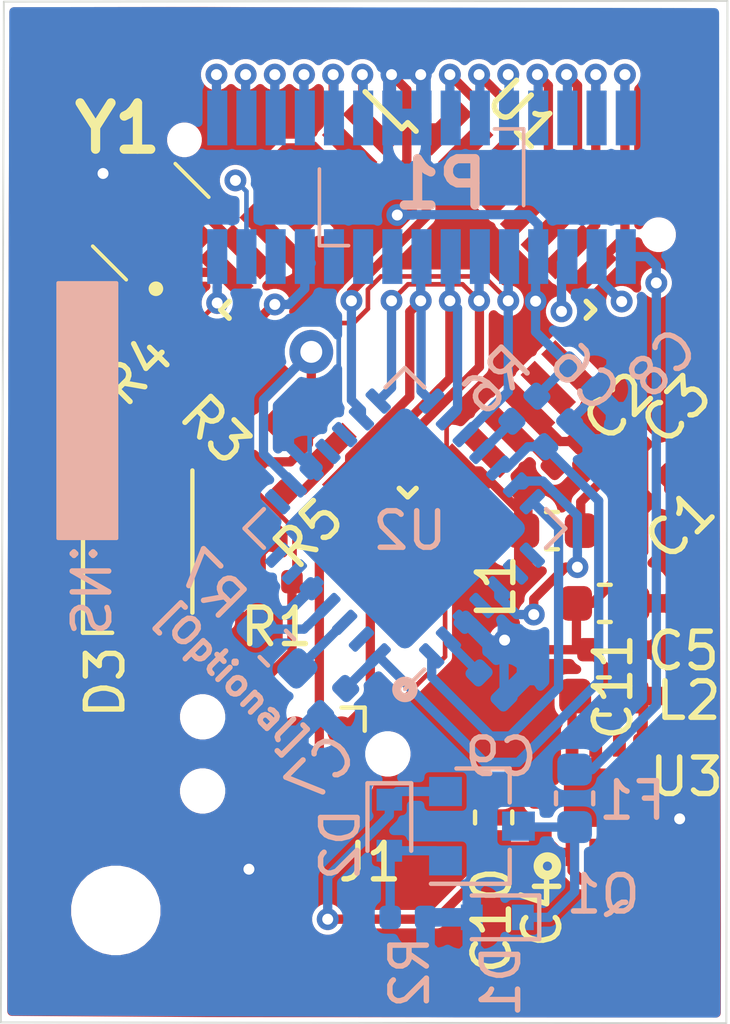
<source format=kicad_pcb>
(kicad_pcb (version 20171130) (host pcbnew "(5.1.5)-3")
  (layers (0 F.Cu signal) (31 B.Cu signal hide) (34 B.Paste user hide) (35 F.Paste user) (36 B.SilkS user hide) (37 F.SilkS user) (38 B.Mask user hide) (39 F.Mask user) (44 Edge.Cuts user))
  (net 0 "")
  (net 1 "Net-(U1-Pad7)")
  (net 2 GND)
  (net 3 /Reset)
  (net 4 /MOSI)
  (net 5 /SCK)
  (net 6 +5V)
  (net 7 /MISO)
  (net 8 "Net-(U2-Pad2)")
  (net 9 "Net-(U2-Pad6)")
  (net 10 "Net-(U2-Pad7)")
  (net 11 "Net-(U2-Pad8)")
  (net 12 "Net-(U2-Pad11)")
  (net 13 "Net-(U2-Pad12)")
  (net 14 "Net-(U2-Pad20)")
  (net 15 "Net-(U2-Pad21)")
  (net 16 "Net-(U2-Pad22)")
  (net 17 "Net-(U2-Pad23)")
  (net 18 "Net-(U2-Pad25)")
  (net 19 /CAN_CS)
  (net 20 /CAN_INT)
  (net 21 +12V)
  (net 22 /CLK_MCP)
  (net 23 /GREEN_LED)
  (net 24 /RED_LED)
  (net 25 /BLUE_LED)
  (net 26 /U-Pin8)
  (net 27 /U-Pin12)
  (net 28 /U-Pin14)
  (net 29 /U-Pin20)
  (net 30 /U-Pin22)
  (net 31 "Net-(D1-Pad1)")
  (net 32 "Net-(D2-Pad2)")
  (net 33 /U-Pin2)
  (net 34 /U-Pin4)
  (net 35 /U-Pin6)
  (net 36 /U-Pin7)
  (net 37 /U-Pin23)
  (net 38 /U-Pin1)
  (net 39 /U-Pin3)
  (net 40 +12V_Safe)
  (net 41 "Net-(C3-Pad2)")
  (net 42 "Net-(C7-Pad1)")
  (net 43 "Net-(C9-Pad2)")
  (net 44 "Net-(L2-Pad1)")
  (net 45 "Net-(R6-Pad1)")
  (net 46 "Net-(U3-Pad2)")
  (net 47 "Net-(U3-Pad6)")
  (net 48 "Net-(U1-Pad19)")
  (net 49 "Net-(U1-Pad22)")
  (net 50 "Net-(U1-Pad24)")
  (net 51 "Net-(C2-Pad1)")
  (net 52 "Net-(D3-Pad2)")
  (net 53 "Net-(D3-Pad3)")
  (net 54 "Net-(D3-Pad4)")
  (net 55 "Net-(U1-Pad29)")
  (net 56 "Net-(U1-Pad8)")
  (net 57 "Net-(P1-Pad3)")
  (net 58 "Net-(P1-Pad17)")
  (net 59 "Net-(P1-Pad19)")
  (net 60 "Net-(P1-Pad21)")
  (net 61 "Net-(P1-Pad25)")
  (net 62 "Net-(P1-Pad27)")
  (net 63 /U-Pin10)
  (net 64 /U-Pin24)
  (net 65 /U-Pin26)
  (net 66 /U-Pin28)
  (net 67 /U-Pin30)
  (net 68 /U-Pin5)
  (module Connector:Tag-Connect_TC2030-IDC-NL_2x03_P1.27mm_Vertical (layer F.Cu) (at 70.96 84.62 180)
    (fp_text reference J1 (at -2.05 -2.97) (layer F.SilkS))
    (fp_text value TC2030-MCP-NL)
    (pad "" np_thru_hole circle (at 2.54 -1.016 180) (size 0.9906 0.9906) (drill 0.9906) (layers *.Cu *.Mask))
    (pad "" np_thru_hole circle (at 2.54 1.016 180) (size 0.9906 0.9906) (drill 0.9906) (layers *.Cu *.Mask))
    (pad "" np_thru_hole circle (at -2.54 0 180) (size 0.9906 0.9906) (drill 0.9906) (layers *.Cu *.Mask))
    (pad 1 connect circle (at -1.27 0.635 180) (size 0.7874 0.7874) (layers F.Cu F.Mask) (net 7 /MISO))
    (pad 2 connect circle (at -1.27 -0.635 180) (size 0.7874 0.7874) (layers F.Cu F.Mask) (net 6 +5V))
    (pad 3 connect circle (at 0 0.635 180) (size 0.7874 0.7874) (layers F.Cu F.Mask) (net 5 /SCK))
    (pad 4 connect circle (at 0 -0.635 180) (size 0.7874 0.7874) (layers F.Cu F.Mask) (net 4 /MOSI))
    (pad 5 connect circle (at 1.27 0.635 180) (size 0.7874 0.7874) (layers F.Cu F.Mask) (net 3 /Reset))
    (pad 6 connect circle (at 1.27 -0.635 180) (size 0.7874 0.7874) (layers F.Cu F.Mask) (net 2 GND))
  )
  (module SMLP36RGB2W3R:ILWX10SBVFBE (layer B.Cu) (at 74.422 69.088 180)
    (fp_text reference P1 (at -0.528 0.088) (layer B.SilkS) (effects (font (size 1.27 1.27) (thickness 0.254)) (justify mirror)))
    (fp_text value Conn_02x15_Odd_Even hide)
    (pad "" np_thru_hole circle (at 6.5 1.3 180) (size 0.7 0.7) (drill 0.7) (layers *.Cu *.Mask))
    (pad "" np_thru_hole circle (at -6.5 -1.3 180) (size 0.7 0.7) (drill 0.7) (layers *.Cu *.Mask))
    (pad 1 smd rect (at -5.6 -1.9 180) (size 0.55 1.5) (layers B.Cu B.Paste B.Mask) (net 21 +12V))
    (pad 2 smd rect (at -5.6 1.9 180) (size 0.55 1.5) (layers B.Cu B.Paste B.Mask) (net 33 /U-Pin2))
    (pad 3 smd rect (at -4.8 -1.9 180) (size 0.55 1.5) (layers B.Cu B.Paste B.Mask) (net 57 "Net-(P1-Pad3)"))
    (pad 4 smd rect (at -4.8 1.9 180) (size 0.55 1.5) (layers B.Cu B.Paste B.Mask) (net 34 /U-Pin4))
    (pad 5 smd rect (at -4 -1.9 180) (size 0.55 1.5) (layers B.Cu B.Paste B.Mask) (net 68 /U-Pin5))
    (pad 6 smd rect (at -4 1.9 180) (size 0.55 1.5) (layers B.Cu B.Paste B.Mask) (net 35 /U-Pin6))
    (pad 7 smd rect (at -3.2 -1.9 180) (size 0.55 1.5) (layers B.Cu B.Paste B.Mask) (net 6 +5V))
    (pad 8 smd rect (at -3.2 1.9 180) (size 0.55 1.5) (layers B.Cu B.Paste B.Mask) (net 26 /U-Pin8))
    (pad 9 smd rect (at -2.4 -1.9 180) (size 0.55 1.5) (layers B.Cu B.Paste B.Mask) (net 19 /CAN_CS))
    (pad 10 smd rect (at -2.4 1.9 180) (size 0.55 1.5) (layers B.Cu B.Paste B.Mask) (net 63 /U-Pin10))
    (pad 11 smd rect (at -1.6 -1.9 180) (size 0.55 1.5) (layers B.Cu B.Paste B.Mask) (net 5 /SCK))
    (pad 12 smd rect (at -1.6 1.9 180) (size 0.55 1.5) (layers B.Cu B.Paste B.Mask) (net 27 /U-Pin12))
    (pad 13 smd rect (at -0.8 -1.9 180) (size 0.55 1.5) (layers B.Cu B.Paste B.Mask) (net 7 /MISO))
    (pad 14 smd rect (at -0.8 1.9 180) (size 0.55 1.5) (layers B.Cu B.Paste B.Mask) (net 28 /U-Pin14))
    (pad 15 smd rect (at 0 -1.9 180) (size 0.55 1.5) (layers B.Cu B.Paste B.Mask) (net 4 /MOSI))
    (pad 16 smd rect (at 0 1.9 180) (size 0.55 1.5) (layers B.Cu B.Paste B.Mask) (net 2 GND))
    (pad 17 smd rect (at 0.8 -1.9 180) (size 0.55 1.5) (layers B.Cu B.Paste B.Mask) (net 58 "Net-(P1-Pad17)"))
    (pad 18 smd rect (at 0.8 1.9 180) (size 0.55 1.5) (layers B.Cu B.Paste B.Mask) (net 2 GND))
    (pad 19 smd rect (at 1.6 -1.9 180) (size 0.55 1.5) (layers B.Cu B.Paste B.Mask) (net 59 "Net-(P1-Pad19)"))
    (pad 20 smd rect (at 1.6 1.9 180) (size 0.55 1.5) (layers B.Cu B.Paste B.Mask) (net 29 /U-Pin20))
    (pad 21 smd rect (at 2.4 -1.9 180) (size 0.55 1.5) (layers B.Cu B.Paste B.Mask) (net 60 "Net-(P1-Pad21)"))
    (pad 22 smd rect (at 2.4 1.9 180) (size 0.55 1.5) (layers B.Cu B.Paste B.Mask) (net 30 /U-Pin22))
    (pad 23 smd rect (at 3.2 -1.9 180) (size 0.55 1.5) (layers B.Cu B.Paste B.Mask) (net 37 /U-Pin23))
    (pad 24 smd rect (at 3.2 1.9 180) (size 0.55 1.5) (layers B.Cu B.Paste B.Mask) (net 64 /U-Pin24))
    (pad 25 smd rect (at 4 -1.9 180) (size 0.55 1.5) (layers B.Cu B.Paste B.Mask) (net 61 "Net-(P1-Pad25)"))
    (pad 26 smd rect (at 4 1.9 180) (size 0.55 1.5) (layers B.Cu B.Paste B.Mask) (net 65 /U-Pin26))
    (pad 27 smd rect (at 4.8 -1.9 180) (size 0.55 1.5) (layers B.Cu B.Paste B.Mask) (net 62 "Net-(P1-Pad27)"))
    (pad 28 smd rect (at 4.8 1.9 180) (size 0.55 1.5) (layers B.Cu B.Paste B.Mask) (net 66 /U-Pin28))
    (pad 29 smd rect (at 5.6 -1.9 180) (size 0.55 1.5) (layers B.Cu B.Paste B.Mask) (net 3 /Reset))
    (pad 30 smd rect (at 5.6 1.9 180) (size 0.55 1.5) (layers B.Cu B.Paste B.Mask) (net 67 /U-Pin30))
  )
  (module LED_SMD:LED_Avago_PLCC4_3.2x2.8mm_CW (layer F.Cu) (at 66.64 78.8 90)
    (fp_text reference D3 (at -3.85 -0.89 270) (layer F.SilkS))
    (fp_text value ASMB-MTB0-0A3A2)
    (pad 1 smd rect (at -1.5 -0.75 90) (size 1.5 1.1) (layers F.Cu F.Paste F.Mask) (net 6 +5V))
    (pad 2 smd rect (at 1.5 -0.75 90) (size 1.5 1.1) (layers F.Cu F.Paste F.Mask) (net 52 "Net-(D3-Pad2)"))
    (pad 3 smd rect (at 1.5 0.75 90) (size 1.5 1.1) (layers F.Cu F.Paste F.Mask) (net 53 "Net-(D3-Pad3)"))
    (pad 4 smd rect (at -1.5 0.75 90) (size 1.5 1.1) (layers F.Cu F.Paste F.Mask) (net 54 "Net-(D3-Pad4)"))
  )
  (module Resistor_SMD:R_0402_1005Metric (layer F.Cu) (at 70.385 79.9)
    (fp_text reference R1 (at 0.065 1.24) (layer F.SilkS))
    (fp_text value "10K Ohm")
    (pad 1 smd roundrect (at -0.485 0) (size 0.59 0.64) (layers F.Cu F.Paste F.Mask) (net 6 +5V))
    (pad 2 smd roundrect (at 0.485 0) (size 0.59 0.64) (layers F.Cu F.Paste F.Mask) (net 3 /Reset))
  )
  (module Resistor_SMD:R_0402_1005Metric (layer F.Cu) (at 70.322947 77.797053 45)
    (fp_text reference R5 (at 0.151396 1.25865 45) (layer F.SilkS))
    (fp_text value "190 Ohm")
    (pad 1 smd roundrect (at -0.485 0 45) (size 0.59 0.64) (layers F.Cu F.Paste F.Mask) (net 52 "Net-(D3-Pad2)"))
    (pad 2 smd roundrect (at 0.485 0 45) (size 0.59 0.64) (layers F.Cu F.Paste F.Mask) (net 25 /BLUE_LED))
  )
  (module Package_DFN_QFN:QFN-28-1EP_6x6mm_P0.65mm_EP4.8x4.8mm (layer B.Cu) (at 73.968 78.44 45)
    (fp_text reference U2 (at 0.050912 0.135765 180) (layer B.SilkS) (effects (justify mirror)))
    (fp_text value MCP25625-x-SS)
    (pad 29 smd roundrect (at 0 0 45) (size 4.8 4.8) (layers B.Cu B.Mask) (roundrect_rratio 0.052083))
    (pad 1 smd roundrect (at -2.9875 1.95 45) (size 0.775 0.3) (layers B.Cu B.Paste B.Mask) (net 42 "Net-(C7-Pad1)"))
    (pad 2 smd roundrect (at -2.9875 1.3 45) (size 0.775 0.3) (layers B.Cu B.Paste B.Mask) (net 8 "Net-(U2-Pad2)"))
    (pad 3 smd roundrect (at -2.9875 0.65 45) (size 0.775 0.3) (layers B.Cu B.Paste B.Mask) (net 38 /U-Pin1))
    (pad 4 smd roundrect (at -2.9875 0 45) (size 0.775 0.3) (layers B.Cu B.Paste B.Mask) (net 39 /U-Pin3))
    (pad 5 smd roundrect (at -2.9875 -0.65 45) (size 0.775 0.3) (layers B.Cu B.Paste B.Mask) (net 2 GND))
    (pad 6 smd roundrect (at -2.9875 -1.3 45) (size 0.775 0.3) (layers B.Cu B.Paste B.Mask) (net 9 "Net-(U2-Pad6)"))
    (pad 7 smd roundrect (at -2.9875 -1.95 45) (size 0.775 0.3) (layers B.Cu B.Paste B.Mask) (net 10 "Net-(U2-Pad7)"))
    (pad 8 smd roundrect (at -1.95 -2.9875 45) (size 0.3 0.775) (layers B.Cu B.Paste B.Mask) (net 11 "Net-(U2-Pad8)"))
    (pad 9 smd roundrect (at -1.3 -2.9875 45) (size 0.3 0.775) (layers B.Cu B.Paste B.Mask) (net 22 /CLK_MCP))
    (pad 10 smd roundrect (at -0.65 -2.9875 45) (size 0.3 0.775) (layers B.Cu B.Paste B.Mask) (net 2 GND))
    (pad 11 smd roundrect (at 0 -2.9875 45) (size 0.3 0.775) (layers B.Cu B.Paste B.Mask) (net 12 "Net-(U2-Pad11)"))
    (pad 12 smd roundrect (at 0.65 -2.9875 45) (size 0.3 0.775) (layers B.Cu B.Paste B.Mask) (net 13 "Net-(U2-Pad12)"))
    (pad 13 smd roundrect (at 1.3 -2.9875 45) (size 0.3 0.775) (layers B.Cu B.Paste B.Mask) (net 20 /CAN_INT))
    (pad 14 smd roundrect (at 1.95 -2.9875 45) (size 0.3 0.775) (layers B.Cu B.Paste B.Mask) (net 5 /SCK))
    (pad 15 smd roundrect (at 2.9875 -1.95 45) (size 0.775 0.3) (layers B.Cu B.Paste B.Mask) (net 4 /MOSI))
    (pad 16 smd roundrect (at 2.9875 -1.3 45) (size 0.775 0.3) (layers B.Cu B.Paste B.Mask) (net 7 /MISO))
    (pad 17 smd roundrect (at 2.9875 -0.65 45) (size 0.775 0.3) (layers B.Cu B.Paste B.Mask) (net 19 /CAN_CS))
    (pad 18 smd roundrect (at 2.9875 0 45) (size 0.775 0.3) (layers B.Cu B.Paste B.Mask) (net 45 "Net-(R6-Pad1)"))
    (pad 19 smd roundrect (at 2.9875 0.65 45) (size 0.775 0.3) (layers B.Cu B.Paste B.Mask) (net 42 "Net-(C7-Pad1)"))
    (pad 20 smd roundrect (at 2.9875 1.3 45) (size 0.775 0.3) (layers B.Cu B.Paste B.Mask) (net 14 "Net-(U2-Pad20)"))
    (pad 21 smd roundrect (at 2.9875 1.95 45) (size 0.775 0.3) (layers B.Cu B.Paste B.Mask) (net 15 "Net-(U2-Pad21)"))
    (pad 22 smd roundrect (at 1.95 2.9875 45) (size 0.3 0.775) (layers B.Cu B.Paste B.Mask) (net 16 "Net-(U2-Pad22)"))
    (pad 23 smd roundrect (at 1.3 2.9875 45) (size 0.3 0.775) (layers B.Cu B.Paste B.Mask) (net 17 "Net-(U2-Pad23)"))
    (pad 24 smd roundrect (at 0.65 2.9875 45) (size 0.3 0.775) (layers B.Cu B.Paste B.Mask) (net 14 "Net-(U2-Pad20)"))
    (pad 25 smd roundrect (at 0 2.9875 45) (size 0.3 0.775) (layers B.Cu B.Paste B.Mask) (net 18 "Net-(U2-Pad25)"))
    (pad 26 smd roundrect (at -0.65 2.9875 45) (size 0.3 0.775) (layers B.Cu B.Paste B.Mask) (net 2 GND))
    (pad 27 smd roundrect (at -1.3 2.9875 45) (size 0.3 0.775) (layers B.Cu B.Paste B.Mask) (net 43 "Net-(C9-Pad2)"))
    (pad 28 smd roundrect (at -1.95 2.9875 45) (size 0.3 0.775) (layers B.Cu B.Paste B.Mask) (net 15 "Net-(U2-Pad21)"))
  )
  (module Package_QFP:TQFP-32_7x7mm_P0.8mm (layer F.Cu) (at 74.043324 72.446268 315)
    (fp_text reference U1 (at -1.57656 -6.012489 135) (layer F.SilkS))
    (fp_text value ATmega328P-AU)
    (pad 1 smd rect (at -4.25 -2.8 315) (size 1.6 0.55) (layers F.Cu F.Paste F.Mask) (net 29 /U-Pin20))
    (pad 2 smd rect (at -4.25 -2 315) (size 1.6 0.55) (layers F.Cu F.Paste F.Mask) (net 30 /U-Pin22))
    (pad 3 smd rect (at -4.25 -1.2 315) (size 1.6 0.55) (layers F.Cu F.Paste F.Mask) (net 2 GND))
    (pad 4 smd rect (at -4.25 -0.4 315) (size 1.6 0.55) (layers F.Cu F.Paste F.Mask) (net 6 +5V))
    (pad 5 smd rect (at -4.25 0.4 315) (size 1.6 0.55) (layers F.Cu F.Paste F.Mask) (net 2 GND))
    (pad 6 smd rect (at -4.25 1.2 315) (size 1.6 0.55) (layers F.Cu F.Paste F.Mask) (net 6 +5V))
    (pad 7 smd rect (at -4.25 2 315) (size 1.6 0.55) (layers F.Cu F.Paste F.Mask) (net 1 "Net-(U1-Pad7)"))
    (pad 8 smd rect (at -4.25 2.8 315) (size 1.6 0.55) (layers F.Cu F.Paste F.Mask) (net 56 "Net-(U1-Pad8)"))
    (pad 9 smd rect (at -2.8 4.25 45) (size 1.6 0.55) (layers F.Cu F.Paste F.Mask) (net 23 /GREEN_LED))
    (pad 10 smd rect (at -2 4.25 45) (size 1.6 0.55) (layers F.Cu F.Paste F.Mask) (net 37 /U-Pin23))
    (pad 11 smd rect (at -1.2 4.25 45) (size 1.6 0.55) (layers F.Cu F.Paste F.Mask) (net 19 /CAN_CS))
    (pad 12 smd rect (at -0.4 4.25 45) (size 1.6 0.55) (layers F.Cu F.Paste F.Mask) (net 22 /CLK_MCP))
    (pad 13 smd rect (at 0.4 4.25 45) (size 1.6 0.55) (layers F.Cu F.Paste F.Mask) (net 24 /RED_LED))
    (pad 14 smd rect (at 1.2 4.25 45) (size 1.6 0.55) (layers F.Cu F.Paste F.Mask) (net 25 /BLUE_LED))
    (pad 15 smd rect (at 2 4.25 45) (size 1.6 0.55) (layers F.Cu F.Paste F.Mask) (net 4 /MOSI))
    (pad 16 smd rect (at 2.8 4.25 45) (size 1.6 0.55) (layers F.Cu F.Paste F.Mask) (net 7 /MISO))
    (pad 17 smd rect (at 4.25 2.8 315) (size 1.6 0.55) (layers F.Cu F.Paste F.Mask) (net 5 /SCK))
    (pad 18 smd rect (at 4.25 2 315) (size 1.6 0.55) (layers F.Cu F.Paste F.Mask) (net 6 +5V))
    (pad 19 smd rect (at 4.25 1.2 315) (size 1.6 0.55) (layers F.Cu F.Paste F.Mask) (net 48 "Net-(U1-Pad19)"))
    (pad 20 smd rect (at 4.25 0.4 315) (size 1.6 0.55) (layers F.Cu F.Paste F.Mask) (net 51 "Net-(C2-Pad1)"))
    (pad 21 smd rect (at 4.25 -0.4 315) (size 1.6 0.55) (layers F.Cu F.Paste F.Mask) (net 2 GND))
    (pad 22 smd rect (at 4.25 -1.2 315) (size 1.6 0.55) (layers F.Cu F.Paste F.Mask) (net 49 "Net-(U1-Pad22)"))
    (pad 23 smd rect (at 4.25 -2 315) (size 1.6 0.55) (layers F.Cu F.Paste F.Mask) (net 36 /U-Pin7))
    (pad 24 smd rect (at 4.25 -2.8 315) (size 1.6 0.55) (layers F.Cu F.Paste F.Mask) (net 50 "Net-(U1-Pad24)"))
    (pad 25 smd rect (at 2.8 -4.25 45) (size 1.6 0.55) (layers F.Cu F.Paste F.Mask) (net 33 /U-Pin2))
    (pad 26 smd rect (at 2 -4.25 45) (size 1.6 0.55) (layers F.Cu F.Paste F.Mask) (net 34 /U-Pin4))
    (pad 27 smd rect (at 1.2 -4.25 45) (size 1.6 0.55) (layers F.Cu F.Paste F.Mask) (net 35 /U-Pin6))
    (pad 28 smd rect (at 0.4 -4.25 45) (size 1.6 0.55) (layers F.Cu F.Paste F.Mask) (net 26 /U-Pin8))
    (pad 29 smd rect (at -0.4 -4.25 45) (size 1.6 0.55) (layers F.Cu F.Paste F.Mask) (net 55 "Net-(U1-Pad29)"))
    (pad 30 smd rect (at -1.2 -4.25 45) (size 1.6 0.55) (layers F.Cu F.Paste F.Mask) (net 27 /U-Pin12))
    (pad 31 smd rect (at -2 -4.25 45) (size 1.6 0.55) (layers F.Cu F.Paste F.Mask) (net 28 /U-Pin14))
    (pad 32 smd rect (at -2.8 -4.25 45) (size 1.6 0.55) (layers F.Cu F.Paste F.Mask) (net 20 /CAN_INT))
  )
  (module CSTNE16M0V530000R0:CSTNE16M0V530000R0 (layer F.Cu) (at 67.299049 70.331992 45)
    (fp_text reference Y1 (at 1.168807 -2.878661) (layer F.SilkS) (effects (font (size 1.27 1.27) (thickness 0.254))))
    (fp_text value 16.0Mhz hide)
    (pad 3 smd rect (at 1.2 -0.425 45) (size 0.4 1.9) (layers F.Cu F.Paste F.Mask) (net 1 "Net-(U1-Pad7)"))
    (pad 2 smd rect (at 0 -0.425 45) (size 0.4 1.9) (layers F.Cu F.Paste F.Mask) (net 2 GND))
    (pad 1 smd rect (at -1.2 -0.425 45) (size 0.4 1.9) (layers F.Cu F.Paste F.Mask) (net 56 "Net-(U1-Pad8)"))
  )
  (module Capacitor_SMD:C_0402_1005Metric (layer F.Cu) (at 80.857053 77.342947 225)
    (fp_text reference C1 (at 0.257462 -1.180868 45) (layer F.SilkS))
    (fp_text value 0.1uF)
    (pad 1 smd roundrect (at -0.485 0 225) (size 0.59 0.64) (layers F.Cu F.Paste F.Mask) (net 6 +5V))
    (pad 2 smd roundrect (at 0.485 0 225) (size 0.59 0.64) (layers F.Cu F.Paste F.Mask) (net 2 GND))
  )
  (module Diode_SMD:D_SOD-523 (layer B.Cu) (at 76.5 89.1 180)
    (fp_text reference D1 (at -0.1016 -1.7526 90) (layer B.SilkS) (effects (justify mirror)))
    (fp_text value 15V)
    (pad 1 smd rect (at -0.7 0) (size 0.6 0.7) (layers B.Cu B.Paste B.Mask) (net 31 "Net-(D1-Pad1)"))
    (pad 2 smd rect (at 0.7 0) (size 0.6 0.7) (layers B.Cu B.Paste B.Mask) (net 2 GND))
  )
  (module Inductor_SMD:L_0603_1608Metric (layer F.Cu) (at 78 78.5)
    (fp_text reference L1 (at -1.53 1.54 -90) (layer F.SilkS))
    (fp_text value 10uH)
    (pad 2 smd roundrect (at 0.7875 0) (size 0.875 0.95) (layers F.Cu F.Paste F.Mask) (net 41 "Net-(C3-Pad2)"))
    (pad 1 smd roundrect (at -0.7875 0) (size 0.875 0.95) (layers F.Cu F.Paste F.Mask) (net 6 +5V))
  )
  (module Capacitor_SMD:C_0402_1005Metric (layer F.Cu) (at 80.042947 76.457053 225)
    (fp_text reference C3 (at -1.862594 -0.070711 225) (layer F.SilkS))
    (fp_text value 0.1uF)
    (pad 2 smd roundrect (at 0.485 0 225) (size 0.59 0.64) (layers F.Cu F.Paste F.Mask) (net 41 "Net-(C3-Pad2)"))
    (pad 1 smd roundrect (at -0.485 0 225) (size 0.59 0.64) (layers F.Cu F.Paste F.Mask) (net 2 GND))
  )
  (module Resistor_SMD:R_0402_1005Metric (layer B.Cu) (at 74.048 89.1)
    (fp_text reference R2 (at 0.052 1.5 270) (layer B.SilkS) (effects (justify mirror)))
    (fp_text value "100K Ohm")
    (pad 2 smd roundrect (at 0.485 0) (size 0.59 0.64) (layers B.Cu B.Paste B.Mask) (net 2 GND))
    (pad 1 smd roundrect (at -0.485 0) (size 0.59 0.64) (layers B.Cu B.Paste B.Mask) (net 32 "Net-(D2-Pad2)"))
  )
  (module Package_TO_SOT_SMD:SOT-23 (layer B.Cu) (at 76.08 86.6)
    (fp_text reference Q1 (at 3.32 1.87) (layer B.SilkS) (effects (justify mirror)))
    (fp_text value Q_PMOS_DGS)
    (pad 3 smd rect (at 1 0) (size 0.9 0.8) (layers B.Cu B.Paste B.Mask) (net 31 "Net-(D1-Pad1)"))
    (pad 2 smd rect (at -1 -0.95) (size 0.9 0.8) (layers B.Cu B.Paste B.Mask) (net 40 +12V_Safe))
    (pad 1 smd rect (at -1 0.95) (size 0.9 0.8) (layers B.Cu B.Paste B.Mask) (net 32 "Net-(D2-Pad2)"))
  )
  (module Fuse:Fuse_0603_1608Metric (layer B.Cu) (at 78.62 85.8375 90)
    (fp_text reference F1 (at -0.0625 1.58 180) (layer B.SilkS) (effects (justify mirror)))
    (fp_text value 250mA)
    (pad 2 smd roundrect (at 0.7875 0 90) (size 0.875 0.95) (layers B.Cu B.Paste B.Mask) (net 21 +12V))
    (pad 1 smd roundrect (at -0.7875 0 90) (size 0.875 0.95) (layers B.Cu B.Paste B.Mask) (net 31 "Net-(D1-Pad1)"))
  )
  (module Diode_SMD:D_SOD-523 (layer B.Cu) (at 73.54 86.574 270)
    (fp_text reference D2 (at 0.526 1.34 90) (layer B.SilkS) (effects (justify mirror)))
    (fp_text value 2.4V)
    (pad 1 smd rect (at -0.7 0 90) (size 0.6 0.7) (layers B.Cu B.Paste B.Mask) (net 40 +12V_Safe))
    (pad 2 smd rect (at 0.7 0 90) (size 0.6 0.7) (layers B.Cu B.Paste B.Mask) (net 32 "Net-(D2-Pad2)"))
  )
  (module Resistor_SMD:R_0603_1608Metric (layer B.Cu) (at 70.46 81.72 315)
    (fp_text reference R7 (at -2.5173 0.042426 315) (layer B.SilkS) (effects (justify mirror)))
    (fp_text value "120 Ohm")
    (pad 1 smd roundrect (at -0.7875 0 315) (size 0.875 0.95) (layers B.Cu B.Paste B.Mask) (net 39 /U-Pin3))
    (pad 2 smd roundrect (at 0.7875 0 315) (size 0.875 0.95) (layers B.Cu B.Paste B.Mask) (net 38 /U-Pin1))
  )
  (module Capacitor_SMD:C_0402_1005Metric (layer B.Cu) (at 72 83.17 225)
    (fp_text reference C7 (at 1.559803 -1.103087 225) (layer B.SilkS) (effects (justify mirror)))
    (fp_text value 0.1uF)
    (pad 1 smd roundrect (at -0.485 0 225) (size 0.59 0.64) (layers B.Cu B.Paste B.Mask) (net 42 "Net-(C7-Pad1)"))
    (pad 2 smd roundrect (at 0.485 0 225) (size 0.59 0.64) (layers B.Cu B.Paste B.Mask) (net 2 GND))
  )
  (module Capacitor_SMD:C_0402_1005Metric (layer B.Cu) (at 78.142947 75.857053 45)
    (fp_text reference C8 (at 3.412572 0.66468 45) (layer B.SilkS) (effects (justify mirror)))
    (fp_text value 0.1uF hide)
    (pad 1 smd roundrect (at -0.485 0 45) (size 0.59 0.64) (layers B.Cu B.Paste B.Mask) (net 42 "Net-(C7-Pad1)"))
    (pad 2 smd roundrect (at 0.485 0 45) (size 0.59 0.64) (layers B.Cu B.Paste B.Mask) (net 2 GND))
  )
  (module Capacitor_SMD:C_0402_1005Metric (layer B.Cu) (at 76.342947 82.742947 135)
    (fp_text reference C9 (at -1.565609 -1.202082) (layer B.SilkS) (effects (justify mirror)))
    (fp_text value 0.1uF)
    (pad 1 smd roundrect (at -0.485 0 135) (size 0.59 0.64) (layers B.Cu B.Paste B.Mask) (net 2 GND))
    (pad 2 smd roundrect (at 0.485 0 135) (size 0.59 0.64) (layers B.Cu B.Paste B.Mask) (net 43 "Net-(C9-Pad2)"))
  )
  (module Capacitor_SMD:C_0402_1005Metric (layer B.Cu) (at 78.8 74.3 315)
    (fp_text reference C6 (at 0.070711 -0.070711 315) (layer B.SilkS) (effects (justify mirror)))
    (fp_text value 0.1uF)
    (pad 1 smd roundrect (at -0.485 0 315) (size 0.59 0.64) (layers B.Cu B.Paste B.Mask) (net 6 +5V))
    (pad 2 smd roundrect (at 0.485 0 315) (size 0.59 0.64) (layers B.Cu B.Paste B.Mask) (net 2 GND))
  )
  (module Resistor_SMD:R_0402_1005Metric (layer B.Cu) (at 77.242947 75.157053 45)
    (fp_text reference R6 (at 0.007071 -1.096016 45) (layer B.SilkS) (effects (justify mirror)))
    (fp_text value "10K Ohm")
    (pad 1 smd roundrect (at -0.485 0 45) (size 0.59 0.64) (layers B.Cu B.Paste B.Mask) (net 45 "Net-(R6-Pad1)"))
    (pad 2 smd roundrect (at 0.485 0 45) (size 0.59 0.64) (layers B.Cu B.Paste B.Mask) (net 6 +5V))
  )
  (module Capacitor_SMD:C_0402_1005Metric (layer F.Cu) (at 78.4 76.4 45)
    (fp_text reference C2 (at 1.916259 0.091924 225) (layer F.SilkS))
    (fp_text value 0.1uF)
    (pad 1 smd roundrect (at -0.485 0 45) (size 0.59 0.64) (layers F.Cu F.Paste F.Mask) (net 51 "Net-(C2-Pad1)"))
    (pad 2 smd roundrect (at 0.485 0 45) (size 0.59 0.64) (layers F.Cu F.Paste F.Mask) (net 2 GND))
  )
  (module Capacitor_SMD:C_0402_1005Metric (layer F.Cu) (at 77.67 86.313 90)
    (fp_text reference C4 (at -2.627 0.06 270) (layer F.SilkS))
    (fp_text value 0.1uF)
    (pad 1 smd roundrect (at -0.485 0 90) (size 0.59 0.64) (layers F.Cu F.Paste F.Mask) (net 40 +12V_Safe))
    (pad 2 smd roundrect (at 0.485 0 90) (size 0.59 0.64) (layers F.Cu F.Paste F.Mask) (net 2 GND))
  )
  (module Capacitor_SMD:C_0402_1005Metric (layer F.Cu) (at 79.471 81.764 180)
    (fp_text reference C5 (at -2.129 -0.036 180) (layer F.SilkS))
    (fp_text value 0.1uF)
    (pad 2 smd roundrect (at 0.485 0 180) (size 0.59 0.64) (layers F.Cu F.Paste F.Mask) (net 2 GND))
    (pad 1 smd roundrect (at -0.485 0 180) (size 0.59 0.64) (layers F.Cu F.Paste F.Mask) (net 6 +5V))
  )
  (module MountingHole:MountingHole_2.2mm_M2 (layer B.Cu) (at 66.04 88.91)
    (fp_text reference H1 (at 0.01 -0.05) (layer B.SilkS) (effects (justify mirror)))
    (fp_text value "M2 Mouting hole")
    (pad 1 np_thru_hole circle (at 0 0) (size 2.2 2.2) (drill 2.2) (layers *.Cu *.Mask))
  )
  (module Inductor_SMD:L_0603_1608Metric (layer F.Cu) (at 79.4225 83.034)
    (fp_text reference L2 (at 2.3175 0.126 -180) (layer F.SilkS))
    (fp_text value "2.2 µH")
    (pad 1 smd roundrect (at -0.7875 0) (size 0.875 0.95) (layers F.Cu F.Paste F.Mask) (net 44 "Net-(L2-Pad1)"))
    (pad 2 smd roundrect (at 0.7875 0) (size 0.875 0.95) (layers F.Cu F.Paste F.Mask) (net 6 +5V))
  )
  (module NCV890430MW50TXG:SON65P300X300X100-9N (layer F.Cu) (at 79.524 85.82 90)
    (fp_text reference U3 (at 0.57 2.166 180) (layer F.SilkS))
    (fp_text value NCV890430MW50TXG hide)
    (pad 1 smd rect (at -1.5 -0.975 180) (size 0.35 0.75) (layers F.Cu F.Paste F.Mask) (net 40 +12V_Safe))
    (pad 2 smd rect (at -1.5 -0.325 180) (size 0.35 0.75) (layers F.Cu F.Paste F.Mask) (net 46 "Net-(U3-Pad2)"))
    (pad 3 smd rect (at -1.5 0.325 180) (size 0.35 0.75) (layers F.Cu F.Paste F.Mask) (net 2 GND))
    (pad 4 smd rect (at -1.5 0.975 180) (size 0.35 0.75) (layers F.Cu F.Paste F.Mask) (net 40 +12V_Safe))
    (pad 5 smd rect (at 1.5 0.975 180) (size 0.35 0.75) (layers F.Cu F.Paste F.Mask) (net 6 +5V))
    (pad 6 smd rect (at 1.5 0.325 180) (size 0.35 0.75) (layers F.Cu F.Paste F.Mask) (net 47 "Net-(U3-Pad6)"))
    (pad 7 smd rect (at 1.5 -0.325 180) (size 0.35 0.75) (layers F.Cu F.Paste F.Mask) (net 2 GND))
    (pad 8 smd rect (at 1.5 -0.975 180) (size 0.35 0.75) (layers F.Cu F.Paste F.Mask) (net 44 "Net-(L2-Pad1)"))
    (pad 9 smd rect (at 0 0 90) (size 1.6 2.4) (layers F.Cu F.Paste F.Mask) (net 2 GND))
  )
  (module Capacitor_SMD:C_0603_1608Metric (layer F.Cu) (at 76.4 86.3615 90)
    (fp_text reference C10 (at -2.8194 -0.0508 90) (layer F.SilkS))
    (fp_text value 10uF)
    (pad 1 smd roundrect (at -0.7875 0 90) (size 0.875 0.95) (layers F.Cu F.Paste F.Mask) (net 40 +12V_Safe))
    (pad 2 smd roundrect (at 0.7875 0 90) (size 0.875 0.95) (layers F.Cu F.Paste F.Mask) (net 2 GND))
  )
  (module Capacitor_SMD:C_0603_1608Metric (layer F.Cu) (at 79.448 80.494 180)
    (fp_text reference C11 (at -0.2285 -2.286 270) (layer F.SilkS))
    (fp_text value 10uF)
    (pad 2 smd roundrect (at 0.7875 0 180) (size 0.875 0.95) (layers F.Cu F.Paste F.Mask) (net 2 GND))
    (pad 1 smd roundrect (at -0.7875 0 180) (size 0.875 0.95) (layers F.Cu F.Paste F.Mask) (net 6 +5V))
  )
  (module Resistor_SMD:R_0402_1005Metric (layer F.Cu) (at 69.492947 76.997053 45)
    (fp_text reference R3 (at 0.391812 -1.400071 315) (layer F.SilkS))
    (fp_text value "290 ohm")
    (pad 1 smd roundrect (at -0.485 0 45) (size 0.59 0.64) (layers F.Cu F.Paste F.Mask) (net 54 "Net-(D3-Pad4)"))
    (pad 2 smd roundrect (at 0.485 0 45) (size 0.59 0.64) (layers F.Cu F.Paste F.Mask) (net 24 /RED_LED))
  )
  (module Resistor_SMD:R_0402_1005Metric (layer F.Cu) (at 67.457053 74.942947 45)
    (fp_text reference R4 (at 0 -1.17 225) (layer F.SilkS))
    (fp_text value 200ohm)
    (pad 2 smd roundrect (at 0.485 0 45) (size 0.59 0.64) (layers F.Cu F.Paste F.Mask) (net 23 /GREEN_LED))
    (pad 1 smd roundrect (at -0.485 0 45) (size 0.59 0.64) (layers F.Cu F.Paste F.Mask) (net 53 "Net-(D3-Pad3)"))
  )
  (gr_line (start 62.89 91.98) (end 62.97 64) (layer Edge.Cuts) (width 0.05))
  (gr_line (start 82.78 92) (end 62.89 91.98) (layer Edge.Cuts) (width 0.05))
  (gr_line (start 82.81 63.98) (end 82.78 92) (layer Edge.Cuts) (width 0.05))
  (gr_line (start 62.97 64) (end 82.81 63.98) (layer Edge.Cuts) (width 0.05))
  (gr_text SN: (at 65.3 80.13 270) (layer B.SilkS) (effects (font (size 1 1)) (justify mirror)))
  (gr_poly (pts (xy 64.46 71.71) (xy 66.06 71.71) (xy 66.06 78.71) (xy 64.46 78.71)) (layer B.SilkS) (width 0.1))
  (gr_text [Optional] (at 69.24 82.53 315) (layer B.SilkS) (effects (font (size 0.7 0.7))))
  (segment (start 69.519392 70.855278) (end 69.623907 70.855278) (width 0.254) (layer F.Cu) (net 1))
  (segment (start 67.847057 69.182943) (end 69.519392 70.855278) (width 0.254) (layer F.Cu) (net 1))
  (via (at 73.6 66) (size 0.6) (drill 0.3) (layers F.Cu B.Cu) (net 2))
  (segment (start 77.416 85.574) (end 77.67 85.828) (width 0.254) (layer F.Cu) (net 2))
  (segment (start 76.4 85.574) (end 77.416 85.574) (width 0.254) (layer F.Cu) (net 2))
  (segment (start 77.678 85.82) (end 77.67 85.828) (width 0.254) (layer F.Cu) (net 2))
  (segment (start 79.524 85.82) (end 77.678 85.82) (width 0.254) (layer F.Cu) (net 2))
  (segment (start 79.849 87.072) (end 79.849 87.32) (width 0.254) (layer F.Cu) (net 2))
  (segment (start 79.524 86.747) (end 79.849 87.072) (width 0.254) (layer F.Cu) (net 2))
  (segment (start 79.524 85.82) (end 79.524 86.747) (width 0.254) (layer F.Cu) (net 2))
  (segment (start 79.199 85.495) (end 79.524 85.82) (width 0.254) (layer F.Cu) (net 2))
  (segment (start 79.199 84.32) (end 79.199 85.495) (width 0.254) (layer F.Cu) (net 2))
  (segment (start 80.328841 76.057053) (end 80.385894 76.114106) (width 0.254) (layer F.Cu) (net 2))
  (segment (start 78.485894 75.514106) (end 78.5 75.5) (width 0.254) (layer B.Cu) (net 2))
  (segment (start 74.4 67.166) (end 74.422 67.188) (width 0.254) (layer B.Cu) (net 2))
  (segment (start 74.4 66) (end 74.4 67.166) (width 0.254) (layer B.Cu) (net 2))
  (segment (start 73.6 67.166) (end 73.622 67.188) (width 0.254) (layer B.Cu) (net 2))
  (segment (start 73.6 66) (end 73.6 67.166) (width 0.254) (layer B.Cu) (net 2))
  (segment (start 80.514106 76.242318) (end 80.385894 76.114106) (width 0.254) (layer F.Cu) (net 2))
  (segment (start 80.514106 77.685894) (end 80.514106 76.242318) (width 0.254) (layer F.Cu) (net 2))
  (segment (start 74.422 67.188) (end 73.622 67.188) (width 0.254) (layer B.Cu) (net 2))
  (segment (start 80.514106 78.057926) (end 80.514106 77.685894) (width 0.254) (layer F.Cu) (net 2))
  (segment (start 80.514106 79.077894) (end 80.514106 78.057926) (width 0.254) (layer F.Cu) (net 2))
  (segment (start 79.098 80.494) (end 80.514106 79.077894) (width 0.254) (layer F.Cu) (net 2))
  (segment (start 78.6605 80.494) (end 79.098 80.494) (width 0.254) (layer F.Cu) (net 2))
  (via (at 76.7 81.5) (size 0.6) (drill 0.3) (layers F.Cu B.Cu) (net 2))
  (segment (start 76.320893 81.5) (end 76.7 81.5) (width 0.254) (layer B.Cu) (net 2))
  (segment (start 75.620862 81.012101) (end 75.832994 81.012101) (width 0.254) (layer B.Cu) (net 2))
  (segment (start 75.832994 81.012101) (end 76.320893 81.5) (width 0.254) (layer B.Cu) (net 2))
  (segment (start 74.4 66) (end 73.6 66) (width 0.254) (layer B.Cu) (net 2))
  (segment (start 76.685894 81.514106) (end 76.7 81.5) (width 0.254) (layer B.Cu) (net 2))
  (segment (start 76.685894 83.085894) (end 76.685894 81.514106) (width 0.254) (layer B.Cu) (net 2))
  (segment (start 79.142947 74.857053) (end 78.485894 75.514106) (width 0.254) (layer B.Cu) (net 2))
  (segment (start 79.142947 74.642947) (end 79.142947 74.857053) (width 0.254) (layer B.Cu) (net 2))
  (via (at 74.4 66) (size 0.6) (drill 0.3) (layers F.Cu B.Cu) (net 2))
  (segment (start 78.8 76.114106) (end 78.742947 76.057053) (width 0.254) (layer F.Cu) (net 2))
  (segment (start 80.385894 76.114106) (end 78.8 76.114106) (width 0.254) (layer F.Cu) (net 2))
  (via (at 81.5 86.4) (size 0.6) (drill 0.3) (layers F.Cu B.Cu) (net 2))
  (segment (start 71.395899 76.575006) (end 71.354104 76.533211) (width 0.254) (layer B.Cu) (net 2))
  (segment (start 71.395899 76.787138) (end 71.395899 76.575006) (width 0.254) (layer B.Cu) (net 2))
  (segment (start 80.92 85.82) (end 79.524 85.82) (width 0.254) (layer F.Cu) (net 2))
  (segment (start 81.5 86.4) (end 80.92 85.82) (width 0.254) (layer F.Cu) (net 2))
  (segment (start 71.395899 76.575006) (end 71.3 76.479107) (width 0.254) (layer B.Cu) (net 2))
  (segment (start 70.21 69.17863) (end 70.755277 69.723907) (width 0.254) (layer F.Cu) (net 2))
  (segment (start 70.71 68.01) (end 70.21 68.51) (width 0.254) (layer F.Cu) (net 2))
  (segment (start 70.21 68.51) (end 70.21 69.17863) (width 0.254) (layer F.Cu) (net 2))
  (segment (start 71.886648 68.592536) (end 71.304112 68.01) (width 0.254) (layer F.Cu) (net 2))
  (segment (start 71.304112 68.01) (end 70.71 68.01) (width 0.254) (layer F.Cu) (net 2))
  (segment (start 79.43 84.089) (end 79.199 84.32) (width 0.254) (layer F.Cu) (net 2))
  (segment (start 78.986 81.764) (end 79.43 82.208) (width 0.254) (layer F.Cu) (net 2))
  (segment (start 79.43 82.208) (end 79.43 84.089) (width 0.254) (layer F.Cu) (net 2))
  (segment (start 78.691 81.764) (end 78.986 81.764) (width 0.254) (layer F.Cu) (net 2))
  (segment (start 78.67 81.743) (end 78.691 81.764) (width 0.254) (layer F.Cu) (net 2))
  (segment (start 78.6605 80.494) (end 78.67 80.5035) (width 0.254) (layer F.Cu) (net 2))
  (segment (start 78.67 80.5035) (end 78.67 81.743) (width 0.254) (layer F.Cu) (net 2))
  (segment (start 76.964 81.764) (end 76.7 81.5) (width 0.254) (layer F.Cu) (net 2))
  (segment (start 78.986 81.764) (end 76.964 81.764) (width 0.254) (layer F.Cu) (net 2))
  (segment (start 78.219795 76.057053) (end 77.331371 75.168629) (width 0.254) (layer F.Cu) (net 2))
  (segment (start 78.742947 76.057053) (end 78.219795 76.057053) (width 0.254) (layer F.Cu) (net 2))
  (via (at 68.82 72.26) (size 0.6) (drill 0.3) (layers F.Cu B.Cu) (net 3))
  (segment (start 68.822 71.833736) (end 68.822 70.988) (width 0.254) (layer B.Cu) (net 3))
  (segment (start 68.82 71.835736) (end 68.822 71.833736) (width 0.254) (layer B.Cu) (net 3))
  (segment (start 68.82 72.26) (end 68.82 71.835736) (width 0.254) (layer B.Cu) (net 3))
  (segment (start 70.87 81.83) (end 70.87 79.9) (width 0.254) (layer F.Cu) (net 3))
  (segment (start 67.652078 75.179344) (end 70.94 78.467266) (width 0.127) (layer F.Cu) (net 3))
  (segment (start 67.216763 73.863237) (end 67.216763 74.75971) (width 0.127) (layer F.Cu) (net 3))
  (segment (start 67.220656 74.75971) (end 67.64029 75.179344) (width 0.127) (layer F.Cu) (net 3))
  (segment (start 70.94 78.467266) (end 70.94 79.83) (width 0.127) (layer F.Cu) (net 3))
  (segment (start 68.82 72.26) (end 67.216763 73.863237) (width 0.127) (layer F.Cu) (net 3))
  (segment (start 70.94 79.83) (end 70.87 79.9) (width 0.127) (layer F.Cu) (net 3))
  (segment (start 67.216763 74.75971) (end 67.220656 74.75971) (width 0.127) (layer F.Cu) (net 3))
  (segment (start 67.64029 75.179344) (end 67.652078 75.179344) (width 0.127) (layer F.Cu) (net 3))
  (via (at 74.4 72.2) (size 0.6) (drill 0.3) (layers F.Cu B.Cu) (net 4))
  (segment (start 72.452334 76.476776) (end 74.1 74.82911) (width 0.254) (layer F.Cu) (net 4))
  (segment (start 72.452334 76.865685) (end 72.452334 76.476776) (width 0.254) (layer F.Cu) (net 4))
  (segment (start 74.100001 72.499999) (end 74.4 72.2) (width 0.254) (layer F.Cu) (net 4))
  (segment (start 74.1 74.82911) (end 74.100001 72.499999) (width 0.254) (layer F.Cu) (net 4))
  (segment (start 74.4 71.01) (end 74.422 70.988) (width 0.254) (layer B.Cu) (net 4))
  (segment (start 74.4 72.2) (end 74.4 71.01) (width 0.254) (layer B.Cu) (net 4))
  (segment (start 74.41 74.68) (end 74.41 72.21) (width 0.254) (layer B.Cu) (net 4))
  (segment (start 74.41 72.21) (end 74.4 72.2) (width 0.254) (layer B.Cu) (net 4))
  (segment (start 74.701623 74.94866) (end 74.67866 74.94866) (width 0.254) (layer B.Cu) (net 4))
  (segment (start 74.67866 74.94866) (end 74.41 74.68) (width 0.254) (layer B.Cu) (net 4))
  (via (at 76 72.2) (size 0.6) (drill 0.3) (layers F.Cu B.Cu) (net 5))
  (via (at 73.6 72.2) (size 0.6) (drill 0.3) (layers F.Cu B.Cu) (net 5))
  (segment (start 76 72.2) (end 75.547599 71.747599) (width 0.127) (layer F.Cu) (net 5))
  (segment (start 74.052401 71.747599) (end 73.6 72.2) (width 0.127) (layer F.Cu) (net 5))
  (segment (start 75.547599 71.747599) (end 74.052401 71.747599) (width 0.127) (layer F.Cu) (net 5))
  (segment (start 73.6 74.583037) (end 73.6 72.2) (width 0.254) (layer B.Cu) (net 5))
  (segment (start 73.234377 74.94866) (end 73.6 74.583037) (width 0.254) (layer B.Cu) (net 5))
  (segment (start 76 71.01) (end 76.022 70.988) (width 0.254) (layer B.Cu) (net 5))
  (segment (start 76 72.2) (end 76 71.01) (width 0.254) (layer B.Cu) (net 5))
  (segment (start 74.39 76.752742) (end 75.068629 77.431371) (width 0.254) (layer F.Cu) (net 5))
  (segment (start 76 72.2) (end 76.01 72.21) (width 0.254) (layer F.Cu) (net 5))
  (segment (start 76.01 72.21) (end 76.01 74.01) (width 0.254) (layer F.Cu) (net 5))
  (segment (start 74.39 75.63) (end 76.01 74.01) (width 0.254) (layer F.Cu) (net 5))
  (segment (start 74.39 76.752742) (end 74.39 75.63) (width 0.254) (layer F.Cu) (net 5))
  (via (at 77.55 72.21) (size 0.6) (drill 0.3) (layers F.Cu B.Cu) (net 6))
  (segment (start 81.2 77.372032) (end 81.2 77) (width 0.254) (layer F.Cu) (net 6))
  (segment (start 80.499 83.323) (end 80.21 83.034) (width 0.254) (layer F.Cu) (net 6))
  (segment (start 80.499 84.32) (end 80.499 83.323) (width 0.254) (layer F.Cu) (net 6))
  (segment (start 80.21 82.018) (end 79.956 81.764) (width 0.254) (layer F.Cu) (net 6))
  (segment (start 80.21 83.034) (end 80.21 82.018) (width 0.254) (layer F.Cu) (net 6))
  (segment (start 79.956 80.7735) (end 80.2355 80.494) (width 0.254) (layer F.Cu) (net 6))
  (segment (start 79.956 81.764) (end 79.956 80.7735) (width 0.254) (layer F.Cu) (net 6))
  (segment (start 78.442947 73.957053) (end 77.585894 74.814106) (width 0.254) (layer B.Cu) (net 6))
  (segment (start 78.457053 73.957053) (end 78.442947 73.957053) (width 0.254) (layer B.Cu) (net 6))
  (segment (start 76.023223 76.865685) (end 77.2125 78.054962) (width 0.254) (layer F.Cu) (net 6))
  (segment (start 77.2125 78.054962) (end 77.2125 78.5) (width 0.254) (layer F.Cu) (net 6))
  (segment (start 75.634314 76.865685) (end 76.023223 76.865685) (width 0.254) (layer F.Cu) (net 6))
  (segment (start 77.7 71.066) (end 77.622 70.988) (width 0.254) (layer B.Cu) (net 6))
  (via (at 73.758098 69.849098) (size 0.6) (drill 0.3) (layers F.Cu B.Cu) (net 6))
  (segment (start 74.182362 69.849098) (end 74.19146 69.84) (width 0.254) (layer B.Cu) (net 6))
  (segment (start 73.758098 69.849098) (end 74.182362 69.849098) (width 0.254) (layer B.Cu) (net 6))
  (segment (start 77.622 70.111) (end 77.622 70.988) (width 0.254) (layer B.Cu) (net 6))
  (segment (start 77.351 69.84) (end 77.622 70.111) (width 0.254) (layer B.Cu) (net 6))
  (segment (start 74.19146 69.84) (end 77.351 69.84) (width 0.254) (layer B.Cu) (net 6))
  (segment (start 69.9 80.22) (end 69.9 79.9) (width 0.254) (layer F.Cu) (net 6))
  (segment (start 65.89 80.3) (end 65.89 81.177) (width 0.254) (layer F.Cu) (net 6))
  (segment (start 75.22395 76.455321) (end 75.634314 76.865685) (width 0.254) (layer F.Cu) (net 6))
  (via (at 65.69 68.71) (size 0.6) (drill 0.3) (layers F.Cu B.Cu) (net 2))
  (segment (start 66.998529 70.018529) (end 65.69 68.71) (width 0.254) (layer F.Cu) (net 2))
  (segment (start 66.998529 70.031472) (end 66.998529 70.018529) (width 0.254) (layer F.Cu) (net 2))
  (via (at 69.69 87.78) (size 0.6) (drill 0.3) (layers F.Cu B.Cu) (net 2))
  (segment (start 69.69 85.255) (end 69.69 87.78) (width 0.254) (layer F.Cu) (net 2))
  (segment (start 72.654112 69.36) (end 71.886648 68.592536) (width 0.254) (layer F.Cu) (net 2))
  (segment (start 73.05 69.36) (end 72.654112 69.36) (width 0.254) (layer F.Cu) (net 2))
  (segment (start 74.02 68.39) (end 73.05 69.36) (width 0.254) (layer F.Cu) (net 2))
  (segment (start 73.6 66) (end 74.02 66.42) (width 0.254) (layer F.Cu) (net 2))
  (segment (start 74.02 66.42) (end 74.02 68.39) (width 0.254) (layer F.Cu) (net 2))
  (segment (start 71.761153 72.847599) (end 70.852401 72.847599) (width 0.127) (layer B.Cu) (net 2))
  (segment (start 72.152401 73.238847) (end 71.761153 72.847599) (width 0.127) (layer B.Cu) (net 2))
  (segment (start 72.152401 73.961153) (end 72.152401 73.238847) (width 0.127) (layer B.Cu) (net 2))
  (segment (start 71.354104 76.533211) (end 71.354104 74.75945) (width 0.127) (layer B.Cu) (net 2))
  (segment (start 71.354104 74.75945) (end 72.152401 73.961153) (width 0.127) (layer B.Cu) (net 2))
  (segment (start 69.69 83.01) (end 69.69 83.985) (width 0.254) (layer F.Cu) (net 3))
  (segment (start 70.87 81.83) (end 69.69 83.01) (width 0.254) (layer F.Cu) (net 3))
  (segment (start 71.620399 77.69762) (end 72.452334 76.865685) (width 0.254) (layer F.Cu) (net 4))
  (segment (start 70.96 85.255) (end 71.620399 84.594601) (width 0.254) (layer F.Cu) (net 4))
  (segment (start 71.620399 84.594601) (end 71.620399 77.69762) (width 0.254) (layer F.Cu) (net 4))
  (segment (start 70.34 85.96) (end 70.34 84.605) (width 0.127) (layer F.Cu) (net 5))
  (segment (start 70.34 84.605) (end 70.566301 84.378699) (width 0.127) (layer F.Cu) (net 5))
  (segment (start 75.068629 81.954601) (end 72.48323 84.54) (width 0.127) (layer F.Cu) (net 5))
  (segment (start 72.48323 84.54) (end 72.08 84.54) (width 0.127) (layer F.Cu) (net 5))
  (segment (start 75.068629 77.431371) (end 75.068629 81.954601) (width 0.127) (layer F.Cu) (net 5))
  (segment (start 70.566301 84.378699) (end 70.96 83.985) (width 0.127) (layer F.Cu) (net 5))
  (segment (start 72.08 84.54) (end 71.59 85.03) (width 0.127) (layer F.Cu) (net 5))
  (segment (start 71.59 85.03) (end 71.59 85.55) (width 0.127) (layer F.Cu) (net 5))
  (segment (start 71.18 85.96) (end 70.34 85.96) (width 0.127) (layer F.Cu) (net 5))
  (segment (start 71.59 85.55) (end 71.18 85.96) (width 0.127) (layer F.Cu) (net 5))
  (segment (start 77.55 73.05) (end 77.55 72.21) (width 0.254) (layer B.Cu) (net 6))
  (segment (start 78.457053 73.957053) (end 77.55 73.05) (width 0.254) (layer B.Cu) (net 6))
  (segment (start 77.55 71.06) (end 77.622 70.988) (width 0.254) (layer B.Cu) (net 6))
  (segment (start 77.55 72.21) (end 77.55 71.06) (width 0.254) (layer B.Cu) (net 6))
  (segment (start 75.11 76.341371) (end 75.634314 76.865685) (width 0.127) (layer F.Cu) (net 6))
  (segment (start 75.11 75.64) (end 75.11 76.341371) (width 0.127) (layer F.Cu) (net 6))
  (segment (start 77.55 72.21) (end 77.55 73.2) (width 0.127) (layer F.Cu) (net 6))
  (segment (start 77.55 73.2) (end 75.11 75.64) (width 0.127) (layer F.Cu) (net 6))
  (via (at 69.32 68.9) (size 0.6) (drill 0.3) (layers F.Cu B.Cu) (net 62))
  (via (at 75.2 72.2) (size 0.6) (drill 0.3) (layers F.Cu B.Cu) (net 7))
  (segment (start 75.2 71.01) (end 75.222 70.988) (width 0.254) (layer B.Cu) (net 7))
  (segment (start 75.2 72.2) (end 75.2 71.01) (width 0.254) (layer B.Cu) (net 7))
  (segment (start 74.8 74.73) (end 74.94 74.59) (width 0.254) (layer F.Cu) (net 7))
  (segment (start 74.939999 74.59) (end 74.94 74.59) (width 0.254) (layer F.Cu) (net 7))
  (segment (start 73.018629 77.431371) (end 73.018019 77.431371) (width 0.254) (layer F.Cu) (net 7))
  (segment (start 74.03 76.42) (end 73.018629 77.431371) (width 0.254) (layer F.Cu) (net 7))
  (segment (start 74.939999 74.59) (end 74.03 75.499999) (width 0.254) (layer F.Cu) (net 7))
  (segment (start 74.03 75.499999) (end 74.03 76.42) (width 0.254) (layer F.Cu) (net 7))
  (segment (start 75.41 75.159523) (end 75.161243 75.40828) (width 0.254) (layer B.Cu) (net 7))
  (segment (start 75.2 72.2) (end 75.41 72.41) (width 0.254) (layer B.Cu) (net 7))
  (segment (start 75.41 72.41) (end 75.41 75.159523) (width 0.254) (layer B.Cu) (net 7))
  (segment (start 74.939999 74.59) (end 75.2 74.329999) (width 0.254) (layer F.Cu) (net 7))
  (segment (start 75.2 74.329999) (end 75.2 72.2) (width 0.254) (layer F.Cu) (net 7))
  (segment (start 73.018019 83.196981) (end 73.018019 77.431371) (width 0.254) (layer F.Cu) (net 7))
  (segment (start 72.23 83.985) (end 73.018019 83.196981) (width 0.254) (layer F.Cu) (net 7))
  (via (at 77.5 80.8) (size 0.6) (drill 0.3) (layers F.Cu B.Cu) (net 14))
  (segment (start 77.035107 80.8) (end 77.5 80.8) (width 0.254) (layer B.Cu) (net 14))
  (segment (start 76.540101 80.092862) (end 76.540101 80.304994) (width 0.254) (layer B.Cu) (net 14))
  (segment (start 76.540101 80.304994) (end 77.035107 80.8) (width 0.254) (layer B.Cu) (net 14))
  (segment (start 77.5 80.375736) (end 78.375736 79.5) (width 0.254) (layer F.Cu) (net 14))
  (segment (start 77.5 80.8) (end 77.5 80.375736) (width 0.254) (layer F.Cu) (net 14))
  (segment (start 76.99972 77.246757) (end 77.211852 77.246757) (width 0.254) (layer B.Cu) (net 14))
  (segment (start 77.74778 77.141463) (end 78.69591 78.089593) (width 0.254) (layer B.Cu) (net 14))
  (segment (start 77.317146 77.141463) (end 77.74778 77.141463) (width 0.254) (layer B.Cu) (net 14))
  (segment (start 78.375736 79.5) (end 78.69591 79.5) (width 0.254) (layer F.Cu) (net 14))
  (segment (start 77.211852 77.246757) (end 77.317146 77.141463) (width 0.254) (layer B.Cu) (net 14))
  (segment (start 78.69591 79.075736) (end 78.69591 79.5) (width 0.254) (layer B.Cu) (net 14))
  (segment (start 78.69591 78.089593) (end 78.69591 79.075736) (width 0.254) (layer B.Cu) (net 14))
  (via (at 78.69591 79.5) (size 0.6) (drill 0.3) (layers F.Cu B.Cu) (net 14))
  (segment (start 74.701623 82.511623) (end 74.701623 81.93134) (width 0.254) (layer B.Cu) (net 15))
  (segment (start 78.18 78.427037) (end 78.18 82.8) (width 0.254) (layer B.Cu) (net 15))
  (segment (start 76.32 84.13) (end 74.701623 82.511623) (width 0.254) (layer B.Cu) (net 15))
  (segment (start 77.45934 77.706377) (end 78.18 78.427037) (width 0.254) (layer B.Cu) (net 15))
  (segment (start 78.18 82.8) (end 76.85 84.13) (width 0.254) (layer B.Cu) (net 15))
  (segment (start 76.85 84.13) (end 76.32 84.13) (width 0.254) (layer B.Cu) (net 15))
  (segment (start 69.85 74.811968) (end 69.85 75.184) (width 0.254) (layer F.Cu) (net 19))
  (via (at 76.8 72.2) (size 0.6) (drill 0.3) (layers F.Cu B.Cu) (net 19))
  (segment (start 76.8 71.01) (end 76.822 70.988) (width 0.254) (layer B.Cu) (net 19))
  (segment (start 76.8 72.2) (end 76.8 71.01) (width 0.254) (layer B.Cu) (net 19))
  (segment (start 76.7 74.79) (end 76.8 74.69) (width 0.254) (layer B.Cu) (net 19))
  (segment (start 75.620862 75.867899) (end 76.698761 74.79) (width 0.254) (layer B.Cu) (net 19))
  (segment (start 76.8 74.69) (end 76.8 72.2) (width 0.254) (layer B.Cu) (net 19))
  (segment (start 76.698761 74.79) (end 76.7 74.79) (width 0.254) (layer B.Cu) (net 19))
  (segment (start 70.536457 73.729158) (end 70.189592 74.076023) (width 0.127) (layer F.Cu) (net 19))
  (segment (start 70.536457 73.253543) (end 70.536457 73.729158) (width 0.127) (layer F.Cu) (net 19))
  (segment (start 70.98 72.81) (end 70.536457 73.253543) (width 0.127) (layer F.Cu) (net 19))
  (segment (start 72.559554 72.81) (end 70.98 72.81) (width 0.127) (layer F.Cu) (net 19))
  (segment (start 70.189592 74.076023) (end 70.189592 74.602944) (width 0.127) (layer F.Cu) (net 19))
  (segment (start 76.131689 71.531689) (end 73.308311 71.531689) (width 0.127) (layer F.Cu) (net 19))
  (segment (start 76.8 72.2) (end 76.131689 71.531689) (width 0.127) (layer F.Cu) (net 19))
  (segment (start 73.308311 71.531689) (end 72.952401 71.887599) (width 0.127) (layer F.Cu) (net 19))
  (segment (start 72.952401 71.887599) (end 72.952401 72.417153) (width 0.127) (layer F.Cu) (net 19))
  (segment (start 72.952401 72.417153) (end 72.559554 72.81) (width 0.127) (layer F.Cu) (net 19))
  (via (at 72.5 72.2) (size 0.6) (drill 0.3) (layers F.Cu B.Cu) (net 20))
  (segment (start 72.774757 75.196148) (end 72.774757 75.40828) (width 0.254) (layer B.Cu) (net 20))
  (segment (start 72.5 74.921391) (end 72.774757 75.196148) (width 0.254) (layer B.Cu) (net 20))
  (segment (start 72.5 72.2) (end 72.5 74.921391) (width 0.254) (layer B.Cu) (net 20))
  (segment (start 75.068629 67.461165) (end 74.67972 67.461165) (width 0.254) (layer F.Cu) (net 20))
  (segment (start 74.55 67.590885) (end 74.55 69.894854) (width 0.254) (layer F.Cu) (net 20))
  (segment (start 72.5 71.944854) (end 72.5 72.2) (width 0.254) (layer F.Cu) (net 20))
  (segment (start 74.55 69.894854) (end 72.5 71.944854) (width 0.254) (layer F.Cu) (net 20))
  (segment (start 74.67972 67.461165) (end 74.55 67.590885) (width 0.254) (layer F.Cu) (net 20))
  (via (at 80.86 71.71) (size 0.6) (drill 0.3) (layers F.Cu B.Cu) (net 21))
  (segment (start 80 71.01) (end 80.022 70.988) (width 0.254) (layer B.Cu) (net 21))
  (segment (start 80.86 72.134264) (end 80.86 71.71) (width 0.254) (layer B.Cu) (net 21))
  (segment (start 80.86 83.285) (end 80.86 72.134264) (width 0.254) (layer B.Cu) (net 21))
  (segment (start 79.095 85.05) (end 80.86 83.285) (width 0.254) (layer B.Cu) (net 21))
  (segment (start 78.62 85.05) (end 79.095 85.05) (width 0.254) (layer B.Cu) (net 21))
  (segment (start 80.86 71.71) (end 80.86 71.24) (width 0.254) (layer B.Cu) (net 21))
  (segment (start 80.608 70.988) (end 80.022 70.988) (width 0.254) (layer B.Cu) (net 21))
  (segment (start 80.86 71.24) (end 80.608 70.988) (width 0.254) (layer B.Cu) (net 21))
  (segment (start 70.916857 75.007049) (end 70.916857 75.168629) (width 0.254) (layer F.Cu) (net 22))
  (via (at 71.4 73.6) (size 1.2) (drill 0.6) (layers F.Cu B.Cu) (net 22))
  (segment (start 70.09 74.91) (end 70.09 76.4) (width 0.254) (layer B.Cu) (net 22))
  (segment (start 71.4 73.6) (end 70.09 74.91) (width 0.254) (layer B.Cu) (net 22))
  (segment (start 70.09 76.4) (end 70.93628 77.24628) (width 0.254) (layer B.Cu) (net 22))
  (segment (start 70.93628 77.24628) (end 70.93628 77.246757) (width 0.254) (layer B.Cu) (net 22))
  (segment (start 71.4 74.523906) (end 70.755277 75.168629) (width 0.254) (layer F.Cu) (net 22))
  (segment (start 71.4 73.6) (end 71.4 74.523906) (width 0.254) (layer F.Cu) (net 22))
  (segment (start 68.928427 73.471573) (end 69.058221 73.471573) (width 0.254) (layer F.Cu) (net 23))
  (segment (start 67.742947 74.657053) (end 68.928427 73.471573) (width 0.254) (layer F.Cu) (net 23))
  (segment (start 70.257926 76.614106) (end 69.885894 76.614106) (width 0.254) (layer F.Cu) (net 24))
  (segment (start 70.830081 76.614106) (end 70.257926 76.614106) (width 0.254) (layer F.Cu) (net 24))
  (segment (start 71.320963 76.123224) (end 70.830081 76.614106) (width 0.254) (layer F.Cu) (net 24))
  (segment (start 71.320963 75.734315) (end 71.320963 76.123224) (width 0.254) (layer F.Cu) (net 24))
  (segment (start 71.8 76.3) (end 71.886648 76.3) (width 0.254) (layer F.Cu) (net 25))
  (segment (start 71.072032 77.4) (end 70.7 77.4) (width 0.254) (layer F.Cu) (net 25))
  (segment (start 71.175557 77.4) (end 71.072032 77.4) (width 0.254) (layer F.Cu) (net 25))
  (segment (start 71.886648 76.688909) (end 71.175557 77.4) (width 0.254) (layer F.Cu) (net 25))
  (segment (start 71.886648 76.3) (end 71.886648 76.688909) (width 0.254) (layer F.Cu) (net 25))
  (via (at 77.6 66) (size 0.6) (drill 0.3) (layers F.Cu B.Cu) (net 26))
  (segment (start 77.622 66.022) (end 77.6 66) (width 0.254) (layer B.Cu) (net 26))
  (segment (start 77.622 67.188) (end 77.622 66.022) (width 0.254) (layer B.Cu) (net 26))
  (segment (start 77.899999 69.155279) (end 77.331371 69.723907) (width 0.254) (layer F.Cu) (net 26))
  (segment (start 77.6 66) (end 77.899999 66.299999) (width 0.254) (layer F.Cu) (net 26))
  (segment (start 77.899999 66.299999) (end 77.899999 69.155279) (width 0.254) (layer F.Cu) (net 26))
  (via (at 76 66) (size 0.6) (drill 0.3) (layers F.Cu B.Cu) (net 27))
  (segment (start 76.022 66.022) (end 76 66) (width 0.254) (layer B.Cu) (net 27))
  (segment (start 76.022 67.188) (end 76.022 66.022) (width 0.254) (layer B.Cu) (net 27))
  (segment (start 76.92 66.92) (end 76.299999 66.299999) (width 0.254) (layer F.Cu) (net 27))
  (segment (start 76.299999 66.299999) (end 76 66) (width 0.254) (layer F.Cu) (net 27))
  (segment (start 76.2 68.592536) (end 76.92 67.872536) (width 0.254) (layer F.Cu) (net 27))
  (segment (start 76.92 67.872536) (end 76.92 66.92) (width 0.254) (layer F.Cu) (net 27))
  (via (at 75.2 66) (size 0.6) (drill 0.3) (layers F.Cu B.Cu) (net 28))
  (segment (start 75.2 67.166) (end 75.222 67.188) (width 0.254) (layer B.Cu) (net 28))
  (segment (start 75.2 66) (end 75.2 67.166) (width 0.254) (layer B.Cu) (net 28))
  (segment (start 76.05 66.85) (end 75.2 66) (width 0.254) (layer F.Cu) (net 28))
  (segment (start 75.634314 68.026851) (end 76.05 67.611165) (width 0.254) (layer F.Cu) (net 28))
  (segment (start 76.05 67.611165) (end 76.05 66.85) (width 0.254) (layer F.Cu) (net 28))
  (via (at 72.8 66) (size 0.6) (drill 0.3) (layers F.Cu B.Cu) (net 29))
  (segment (start 72.822 66.022) (end 72.8 66) (width 0.254) (layer B.Cu) (net 29))
  (segment (start 72.822 67.188) (end 72.822 66.022) (width 0.254) (layer B.Cu) (net 29))
  (segment (start 72.81 67.253146) (end 73.018019 67.461165) (width 0.254) (layer F.Cu) (net 29))
  (segment (start 72.8 66) (end 72.81 66.01) (width 0.254) (layer F.Cu) (net 29))
  (segment (start 72.81 66.01) (end 72.81 67.253146) (width 0.254) (layer F.Cu) (net 29))
  (via (at 72 66) (size 0.6) (drill 0.3) (layers F.Cu B.Cu) (net 30))
  (segment (start 72.022 66.022) (end 72 66) (width 0.254) (layer B.Cu) (net 30))
  (segment (start 72.022 67.188) (end 72.022 66.022) (width 0.254) (layer B.Cu) (net 30))
  (segment (start 72 67.574517) (end 72.452334 68.026851) (width 0.254) (layer F.Cu) (net 30))
  (segment (start 72 66) (end 72 67.574517) (width 0.254) (layer F.Cu) (net 30))
  (segment (start 77.105 86.625) (end 77.08 86.6) (width 0.254) (layer B.Cu) (net 31))
  (segment (start 78.62 86.625) (end 77.105 86.625) (width 0.254) (layer B.Cu) (net 31))
  (segment (start 77.92 89.1) (end 77.2 89.1) (width 0.254) (layer B.Cu) (net 31))
  (segment (start 78.62 86.625) (end 78.62 88.4) (width 0.254) (layer B.Cu) (net 31))
  (segment (start 78.62 88.4) (end 77.92 89.1) (width 0.254) (layer B.Cu) (net 31))
  (segment (start 73.544 87.27) (end 73.54 87.274) (width 0.254) (layer B.Cu) (net 32))
  (segment (start 73.563 87.297) (end 73.54 87.274) (width 0.254) (layer B.Cu) (net 32))
  (segment (start 73.563 89.1) (end 73.563 87.297) (width 0.254) (layer B.Cu) (net 32))
  (segment (start 74.804 87.274) (end 75.08 87.55) (width 0.254) (layer B.Cu) (net 32))
  (segment (start 73.54 87.274) (end 74.804 87.274) (width 0.254) (layer B.Cu) (net 32))
  (via (at 80 66) (size 0.6) (drill 0.3) (layers F.Cu B.Cu) (net 33))
  (segment (start 80 67.166) (end 80.022 67.188) (width 0.254) (layer B.Cu) (net 33))
  (segment (start 80 66) (end 80 67.166) (width 0.254) (layer B.Cu) (net 33))
  (segment (start 79.028427 71.401573) (end 79.028427 71.420963) (width 0.254) (layer F.Cu) (net 33))
  (segment (start 80 66) (end 80 70.43) (width 0.254) (layer F.Cu) (net 33))
  (segment (start 80 70.43) (end 79.028427 71.401573) (width 0.254) (layer F.Cu) (net 33))
  (via (at 79.2 66) (size 0.6) (drill 0.3) (layers F.Cu B.Cu) (net 34))
  (segment (start 79.2 67.166) (end 79.222 67.188) (width 0.254) (layer B.Cu) (net 34))
  (segment (start 79.2 66) (end 79.2 67.166) (width 0.254) (layer B.Cu) (net 34))
  (segment (start 79.2 70.118019) (end 78.462741 70.855278) (width 0.254) (layer F.Cu) (net 34))
  (segment (start 79.2 66) (end 79.2 70.118019) (width 0.254) (layer F.Cu) (net 34))
  (via (at 78.4 66) (size 0.6) (drill 0.3) (layers F.Cu B.Cu) (net 35))
  (segment (start 78.422 66.022) (end 78.4 66) (width 0.254) (layer B.Cu) (net 35))
  (segment (start 78.422 67.188) (end 78.422 66.022) (width 0.254) (layer B.Cu) (net 35))
  (segment (start 78.4 66) (end 78.699999 66.299999) (width 0.254) (layer F.Cu) (net 35))
  (segment (start 78.699999 69.486649) (end 77.897056 70.289592) (width 0.254) (layer F.Cu) (net 35))
  (segment (start 78.699999 66.299999) (end 78.699999 69.486649) (width 0.254) (layer F.Cu) (net 35))
  (via (at 70.4 72.3) (size 0.6) (drill 0.3) (layers F.Cu B.Cu) (net 37))
  (segment (start 71.4 71.166) (end 71.222 70.988) (width 0.254) (layer B.Cu) (net 37))
  (segment (start 71.222 71.865) (end 70.787 72.3) (width 0.254) (layer B.Cu) (net 37))
  (segment (start 70.787 72.3) (end 70.4 72.3) (width 0.254) (layer B.Cu) (net 37))
  (segment (start 71.222 70.988) (end 71.222 71.865) (width 0.254) (layer B.Cu) (net 37))
  (segment (start 70.07 73.591165) (end 69.623907 74.037258) (width 0.254) (layer F.Cu) (net 37))
  (segment (start 70.07 72.6) (end 70.07 73.591165) (width 0.254) (layer F.Cu) (net 37))
  (segment (start 70.4 72.3) (end 70.37 72.3) (width 0.254) (layer F.Cu) (net 37))
  (segment (start 70.37 72.3) (end 70.07 72.6) (width 0.254) (layer F.Cu) (net 37))
  (segment (start 72.315138 81.01225) (end 72.315138 81.012101) (width 0.254) (layer B.Cu) (net 38))
  (segment (start 71.013694 82.313694) (end 72.315138 81.01225) (width 0.254) (layer B.Cu) (net 38))
  (segment (start 71.318 81.09) (end 71.855518 80.552482) (width 0.254) (layer B.Cu) (net 39))
  (segment (start 71.31 81.09) (end 71.318 81.09) (width 0.254) (layer B.Cu) (net 39))
  (segment (start 69.9 81.2) (end 71.2 81.2) (width 0.254) (layer B.Cu) (net 39))
  (segment (start 71.2 81.2) (end 71.31 81.09) (width 0.254) (layer B.Cu) (net 39))
  (segment (start 77.67 87.093) (end 77.67 86.798) (width 0.254) (layer F.Cu) (net 40))
  (segment (start 77.614 87.149) (end 77.67 87.093) (width 0.254) (layer F.Cu) (net 40))
  (segment (start 76.4 87.149) (end 77.614 87.149) (width 0.254) (layer F.Cu) (net 40))
  (segment (start 78.192 87.32) (end 77.67 86.798) (width 0.254) (layer F.Cu) (net 40))
  (segment (start 78.549 87.32) (end 78.192 87.32) (width 0.254) (layer F.Cu) (net 40))
  (segment (start 78.574401 87.847401) (end 78.549 87.822) (width 0.254) (layer F.Cu) (net 40))
  (segment (start 78.549 87.822) (end 78.549 87.32) (width 0.254) (layer F.Cu) (net 40))
  (segment (start 80.499 87.822) (end 80.473599 87.847401) (width 0.254) (layer F.Cu) (net 40))
  (segment (start 80.499 87.32) (end 80.499 87.822) (width 0.254) (layer F.Cu) (net 40))
  (via (at 71.85 89.15) (size 0.6) (drill 0.3) (layers F.Cu B.Cu) (net 40))
  (segment (start 76.379 87.149) (end 76.4 87.149) (width 0.254) (layer F.Cu) (net 40))
  (segment (start 72.274264 89.15) (end 71.85 89.15) (width 0.254) (layer F.Cu) (net 40))
  (segment (start 74.8365 89.15) (end 72.274264 89.15) (width 0.254) (layer F.Cu) (net 40))
  (segment (start 76.4 87.5865) (end 74.8365 89.15) (width 0.254) (layer F.Cu) (net 40))
  (segment (start 76.4 87.149) (end 76.4 87.5865) (width 0.254) (layer F.Cu) (net 40))
  (segment (start 71.85 88.725736) (end 71.85 89.15) (width 0.254) (layer B.Cu) (net 40))
  (segment (start 71.85 87.991) (end 71.85 88.725736) (width 0.254) (layer B.Cu) (net 40))
  (segment (start 73.54 86.301) (end 71.85 87.991) (width 0.254) (layer B.Cu) (net 40))
  (segment (start 73.54 85.874) (end 73.54 86.301) (width 0.254) (layer B.Cu) (net 40))
  (segment (start 78.807 88.08) (end 78.574401 87.847401) (width 0.254) (layer F.Cu) (net 40))
  (segment (start 80.473599 87.847401) (end 80.241 88.08) (width 0.254) (layer F.Cu) (net 40))
  (segment (start 80.241 88.08) (end 78.807 88.08) (width 0.254) (layer F.Cu) (net 40))
  (segment (start 73.764 85.65) (end 73.54 85.874) (width 0.254) (layer B.Cu) (net 40))
  (segment (start 75.08 85.65) (end 73.764 85.65) (width 0.254) (layer B.Cu) (net 40))
  (segment (start 78.7875 77.7125) (end 78.7875 78.5) (width 0.254) (layer F.Cu) (net 41))
  (segment (start 79.7 76.8) (end 78.7875 77.7125) (width 0.254) (layer F.Cu) (net 41))
  (segment (start 77.427968 76.2) (end 77.8 76.2) (width 0.254) (layer B.Cu) (net 42))
  (segment (start 77.339371 76.2) (end 77.427968 76.2) (width 0.254) (layer B.Cu) (net 42))
  (segment (start 76.752233 76.787138) (end 77.339371 76.2) (width 0.254) (layer B.Cu) (net 42))
  (segment (start 76.540101 76.787138) (end 76.752233 76.787138) (width 0.254) (layer B.Cu) (net 42))
  (segment (start 72.285894 82.714106) (end 72.291788 82.72) (width 0.254) (layer B.Cu) (net 42))
  (segment (start 72.291788 82.72) (end 72.31 82.72) (width 0.254) (layer B.Cu) (net 42))
  (segment (start 79.28 77.68) (end 77.8 76.2) (width 0.254) (layer B.Cu) (net 42))
  (segment (start 73.340443 82.037406) (end 73.340443 82.040443) (width 0.254) (layer B.Cu) (net 42))
  (segment (start 73.234377 81.93134) (end 73.340443 82.037406) (width 0.254) (layer B.Cu) (net 42))
  (segment (start 79.28 82.64) (end 79.28 77.68) (width 0.254) (layer B.Cu) (net 42))
  (segment (start 73.340443 82.040443) (end 76.15 84.85) (width 0.254) (layer B.Cu) (net 42))
  (segment (start 76.15 84.85) (end 77.07 84.85) (width 0.254) (layer B.Cu) (net 42))
  (segment (start 77.07 84.85) (end 79.28 82.64) (width 0.254) (layer B.Cu) (net 42))
  (segment (start 73.234377 81.935623) (end 72.342947 82.827053) (width 0.254) (layer B.Cu) (net 42))
  (segment (start 73.234377 81.93134) (end 73.234377 81.935623) (width 0.254) (layer B.Cu) (net 42))
  (segment (start 75.161243 81.561243) (end 75.161243 81.47172) (width 0.254) (layer B.Cu) (net 43))
  (segment (start 76 82.4) (end 75.161243 81.561243) (width 0.254) (layer B.Cu) (net 43))
  (segment (start 78.549 83.12) (end 78.635 83.034) (width 0.254) (layer F.Cu) (net 44))
  (segment (start 78.549 84.32) (end 78.549 83.12) (width 0.254) (layer F.Cu) (net 44))
  (segment (start 76.9 75.508) (end 76.080482 76.327518) (width 0.254) (layer B.Cu) (net 45))
  (segment (start 76.9 75.5) (end 76.9 75.508) (width 0.254) (layer B.Cu) (net 45))
  (segment (start 77.048421 75.734315) (end 76.765685 75.734315) (width 0.254) (layer F.Cu) (net 51))
  (segment (start 78.057053 76.742947) (end 77.048421 75.734315) (width 0.254) (layer F.Cu) (net 51))
  (segment (start 66.63 79.3) (end 65.89 78.56) (width 0.127) (layer F.Cu) (net 52))
  (segment (start 66.63 81.2) (end 66.63 79.3) (width 0.127) (layer F.Cu) (net 52))
  (segment (start 65.89 78.56) (end 65.89 77.3) (width 0.127) (layer F.Cu) (net 52))
  (segment (start 69.12 79) (end 69.12 81.02) (width 0.127) (layer F.Cu) (net 52))
  (segment (start 67.09 81.66) (end 66.63 81.2) (width 0.127) (layer F.Cu) (net 52))
  (segment (start 69.98 78.14) (end 69.12 79) (width 0.127) (layer F.Cu) (net 52))
  (segment (start 69.12 81.02) (end 68.48 81.66) (width 0.127) (layer F.Cu) (net 52))
  (segment (start 68.48 81.66) (end 67.09 81.66) (width 0.127) (layer F.Cu) (net 52))
  (segment (start 67.39 75.675894) (end 67.057053 75.342947) (width 0.254) (layer F.Cu) (net 53))
  (segment (start 67.39 77.3) (end 67.39 75.675894) (width 0.254) (layer F.Cu) (net 53))
  (segment (start 67.39 79.11) (end 69.2 77.3) (width 0.254) (layer F.Cu) (net 54))
  (segment (start 67.39 80.3) (end 67.39 79.11) (width 0.254) (layer F.Cu) (net 54))
  (segment (start 66.15 70.88) (end 66.690963 71.420963) (width 0.254) (layer F.Cu) (net 56))
  (segment (start 66.690963 71.420963) (end 69.058221 71.420963) (width 0.254) (layer F.Cu) (net 56))
  (via (at 79.91 72.22) (size 0.6) (drill 0.3) (layers F.Cu B.Cu) (net 57))
  (segment (start 79.2 71.01) (end 79.222 70.988) (width 0.254) (layer B.Cu) (net 57))
  (segment (start 79.222 71.532) (end 79.91 72.22) (width 0.254) (layer B.Cu) (net 57))
  (segment (start 79.222 70.988) (end 79.222 71.532) (width 0.254) (layer B.Cu) (net 57))
  (segment (start 70.4 71.01) (end 70.422 70.988) (width 0.254) (layer B.Cu) (net 61))
  (segment (start 69.622 69.202) (end 69.622 70.988) (width 0.127) (layer B.Cu) (net 62))
  (segment (start 69.32 68.9) (end 69.622 69.202) (width 0.127) (layer B.Cu) (net 62))
  (via (at 76.8 66) (size 0.6) (drill 0.3) (layers F.Cu B.Cu) (net 63))
  (segment (start 76.822 66.022) (end 76.8 66) (width 0.254) (layer B.Cu) (net 63))
  (segment (start 76.822 67.188) (end 76.822 66.022) (width 0.254) (layer B.Cu) (net 63))
  (via (at 71.2 66) (size 0.6) (drill 0.3) (layers F.Cu B.Cu) (net 64))
  (segment (start 71.2 67.166) (end 71.222 67.188) (width 0.254) (layer B.Cu) (net 64))
  (segment (start 71.2 66) (end 71.2 67.166) (width 0.254) (layer B.Cu) (net 64))
  (via (at 70.4 66) (size 0.6) (drill 0.3) (layers F.Cu B.Cu) (net 65))
  (segment (start 70.4 67.166) (end 70.422 67.188) (width 0.254) (layer B.Cu) (net 65))
  (segment (start 70.4 66) (end 70.4 67.166) (width 0.254) (layer B.Cu) (net 65))
  (via (at 69.6 66) (size 0.6) (drill 0.3) (layers F.Cu B.Cu) (net 66))
  (segment (start 69.6 67.166) (end 69.622 67.188) (width 0.254) (layer B.Cu) (net 66))
  (segment (start 69.6 66) (end 69.6 67.166) (width 0.254) (layer B.Cu) (net 66))
  (via (at 68.8 66) (size 0.6) (drill 0.3) (layers F.Cu B.Cu) (net 67))
  (segment (start 68.8 67.166) (end 68.822 67.188) (width 0.254) (layer B.Cu) (net 67))
  (segment (start 68.8 66) (end 68.8 67.166) (width 0.254) (layer B.Cu) (net 67))
  (via (at 78.26 72.49) (size 0.6) (drill 0.3) (layers F.Cu B.Cu) (net 68))
  (segment (start 78.26 71.15) (end 78.422 70.988) (width 0.254) (layer B.Cu) (net 68))
  (segment (start 78.26 72.49) (end 78.26 71.15) (width 0.254) (layer B.Cu) (net 68))
  (zone (net 6) (net_name +5V) (layer F.Cu) (connect_pads (clearance 0.127)) (min_thickness 0.254) (fill yes (arc_segments 32) (thermal_gap 0.508) (thermal_bridge_width 0.508))
    (polygon (pts (xy 82.6375 91.92) (xy 63.0625 91.8) (xy 63.08 64.13) (xy 82.565 64.19)))
  )
  (zone (net 2) (net_name GND) (layer B.Cu) (connect_pads (clearance 0.127)) (min_thickness 0.254) (fill yes (arc_segments 32) (thermal_gap 0.508) (thermal_bridge_width 0.508))
    (polygon (pts (xy 82.61905 91.8714) (xy 63.07 91.7886) (xy 63.08 64.14) (xy 82.58095 64.1772)))
  )
)
</source>
